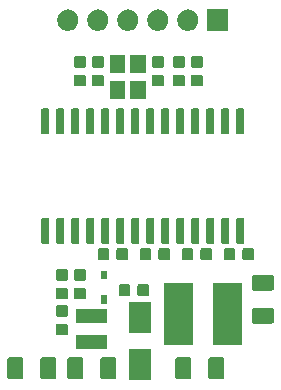
<source format=gbr>
G04 #@! TF.GenerationSoftware,KiCad,Pcbnew,(5.1.5)-3*
G04 #@! TF.CreationDate,2022-01-02T05:02:30+03:00*
G04 #@! TF.ProjectId,Test,54657374-2e6b-4696-9361-645f70636258,rev?*
G04 #@! TF.SameCoordinates,Original*
G04 #@! TF.FileFunction,Soldermask,Top*
G04 #@! TF.FilePolarity,Negative*
%FSLAX46Y46*%
G04 Gerber Fmt 4.6, Leading zero omitted, Abs format (unit mm)*
G04 Created by KiCad (PCBNEW (5.1.5)-3) date 2022-01-02 05:02:30*
%MOMM*%
%LPD*%
G04 APERTURE LIST*
%ADD10C,0.100000*%
G04 APERTURE END LIST*
D10*
G36*
X33717000Y-91947000D02*
G01*
X31815000Y-91947000D01*
X31815000Y-89345000D01*
X33717000Y-89345000D01*
X33717000Y-91947000D01*
G37*
G36*
X39764604Y-90010347D02*
G01*
X39801144Y-90021432D01*
X39834821Y-90039433D01*
X39864341Y-90063659D01*
X39888567Y-90093179D01*
X39906568Y-90126856D01*
X39917653Y-90163396D01*
X39922000Y-90207538D01*
X39922000Y-91656462D01*
X39917653Y-91700604D01*
X39906568Y-91737144D01*
X39888567Y-91770821D01*
X39864341Y-91800341D01*
X39834821Y-91824567D01*
X39801144Y-91842568D01*
X39764604Y-91853653D01*
X39720462Y-91858000D01*
X38771538Y-91858000D01*
X38727396Y-91853653D01*
X38690856Y-91842568D01*
X38657179Y-91824567D01*
X38627659Y-91800341D01*
X38603433Y-91770821D01*
X38585432Y-91737144D01*
X38574347Y-91700604D01*
X38570000Y-91656462D01*
X38570000Y-90207538D01*
X38574347Y-90163396D01*
X38585432Y-90126856D01*
X38603433Y-90093179D01*
X38627659Y-90063659D01*
X38657179Y-90039433D01*
X38690856Y-90021432D01*
X38727396Y-90010347D01*
X38771538Y-90006000D01*
X39720462Y-90006000D01*
X39764604Y-90010347D01*
G37*
G36*
X30620604Y-90010347D02*
G01*
X30657144Y-90021432D01*
X30690821Y-90039433D01*
X30720341Y-90063659D01*
X30744567Y-90093179D01*
X30762568Y-90126856D01*
X30773653Y-90163396D01*
X30778000Y-90207538D01*
X30778000Y-91656462D01*
X30773653Y-91700604D01*
X30762568Y-91737144D01*
X30744567Y-91770821D01*
X30720341Y-91800341D01*
X30690821Y-91824567D01*
X30657144Y-91842568D01*
X30620604Y-91853653D01*
X30576462Y-91858000D01*
X29627538Y-91858000D01*
X29583396Y-91853653D01*
X29546856Y-91842568D01*
X29513179Y-91824567D01*
X29483659Y-91800341D01*
X29459433Y-91770821D01*
X29441432Y-91737144D01*
X29430347Y-91700604D01*
X29426000Y-91656462D01*
X29426000Y-90207538D01*
X29430347Y-90163396D01*
X29441432Y-90126856D01*
X29459433Y-90093179D01*
X29483659Y-90063659D01*
X29513179Y-90039433D01*
X29546856Y-90021432D01*
X29583396Y-90010347D01*
X29627538Y-90006000D01*
X30576462Y-90006000D01*
X30620604Y-90010347D01*
G37*
G36*
X27820604Y-90010347D02*
G01*
X27857144Y-90021432D01*
X27890821Y-90039433D01*
X27920341Y-90063659D01*
X27944567Y-90093179D01*
X27962568Y-90126856D01*
X27973653Y-90163396D01*
X27978000Y-90207538D01*
X27978000Y-91656462D01*
X27973653Y-91700604D01*
X27962568Y-91737144D01*
X27944567Y-91770821D01*
X27920341Y-91800341D01*
X27890821Y-91824567D01*
X27857144Y-91842568D01*
X27820604Y-91853653D01*
X27776462Y-91858000D01*
X26827538Y-91858000D01*
X26783396Y-91853653D01*
X26746856Y-91842568D01*
X26713179Y-91824567D01*
X26683659Y-91800341D01*
X26659433Y-91770821D01*
X26641432Y-91737144D01*
X26630347Y-91700604D01*
X26626000Y-91656462D01*
X26626000Y-90207538D01*
X26630347Y-90163396D01*
X26641432Y-90126856D01*
X26659433Y-90093179D01*
X26683659Y-90063659D01*
X26713179Y-90039433D01*
X26746856Y-90021432D01*
X26783396Y-90010347D01*
X26827538Y-90006000D01*
X27776462Y-90006000D01*
X27820604Y-90010347D01*
G37*
G36*
X25540604Y-90010347D02*
G01*
X25577144Y-90021432D01*
X25610821Y-90039433D01*
X25640341Y-90063659D01*
X25664567Y-90093179D01*
X25682568Y-90126856D01*
X25693653Y-90163396D01*
X25698000Y-90207538D01*
X25698000Y-91656462D01*
X25693653Y-91700604D01*
X25682568Y-91737144D01*
X25664567Y-91770821D01*
X25640341Y-91800341D01*
X25610821Y-91824567D01*
X25577144Y-91842568D01*
X25540604Y-91853653D01*
X25496462Y-91858000D01*
X24547538Y-91858000D01*
X24503396Y-91853653D01*
X24466856Y-91842568D01*
X24433179Y-91824567D01*
X24403659Y-91800341D01*
X24379433Y-91770821D01*
X24361432Y-91737144D01*
X24350347Y-91700604D01*
X24346000Y-91656462D01*
X24346000Y-90207538D01*
X24350347Y-90163396D01*
X24361432Y-90126856D01*
X24379433Y-90093179D01*
X24403659Y-90063659D01*
X24433179Y-90039433D01*
X24466856Y-90021432D01*
X24503396Y-90010347D01*
X24547538Y-90006000D01*
X25496462Y-90006000D01*
X25540604Y-90010347D01*
G37*
G36*
X22740604Y-90010347D02*
G01*
X22777144Y-90021432D01*
X22810821Y-90039433D01*
X22840341Y-90063659D01*
X22864567Y-90093179D01*
X22882568Y-90126856D01*
X22893653Y-90163396D01*
X22898000Y-90207538D01*
X22898000Y-91656462D01*
X22893653Y-91700604D01*
X22882568Y-91737144D01*
X22864567Y-91770821D01*
X22840341Y-91800341D01*
X22810821Y-91824567D01*
X22777144Y-91842568D01*
X22740604Y-91853653D01*
X22696462Y-91858000D01*
X21747538Y-91858000D01*
X21703396Y-91853653D01*
X21666856Y-91842568D01*
X21633179Y-91824567D01*
X21603659Y-91800341D01*
X21579433Y-91770821D01*
X21561432Y-91737144D01*
X21550347Y-91700604D01*
X21546000Y-91656462D01*
X21546000Y-90207538D01*
X21550347Y-90163396D01*
X21561432Y-90126856D01*
X21579433Y-90093179D01*
X21603659Y-90063659D01*
X21633179Y-90039433D01*
X21666856Y-90021432D01*
X21703396Y-90010347D01*
X21747538Y-90006000D01*
X22696462Y-90006000D01*
X22740604Y-90010347D01*
G37*
G36*
X36964604Y-90010347D02*
G01*
X37001144Y-90021432D01*
X37034821Y-90039433D01*
X37064341Y-90063659D01*
X37088567Y-90093179D01*
X37106568Y-90126856D01*
X37117653Y-90163396D01*
X37122000Y-90207538D01*
X37122000Y-91656462D01*
X37117653Y-91700604D01*
X37106568Y-91737144D01*
X37088567Y-91770821D01*
X37064341Y-91800341D01*
X37034821Y-91824567D01*
X37001144Y-91842568D01*
X36964604Y-91853653D01*
X36920462Y-91858000D01*
X35971538Y-91858000D01*
X35927396Y-91853653D01*
X35890856Y-91842568D01*
X35857179Y-91824567D01*
X35827659Y-91800341D01*
X35803433Y-91770821D01*
X35785432Y-91737144D01*
X35774347Y-91700604D01*
X35770000Y-91656462D01*
X35770000Y-90207538D01*
X35774347Y-90163396D01*
X35785432Y-90126856D01*
X35803433Y-90093179D01*
X35827659Y-90063659D01*
X35857179Y-90039433D01*
X35890856Y-90021432D01*
X35927396Y-90010347D01*
X35971538Y-90006000D01*
X36920462Y-90006000D01*
X36964604Y-90010347D01*
G37*
G36*
X30028000Y-89311000D02*
G01*
X27376000Y-89311000D01*
X27376000Y-88149000D01*
X30028000Y-88149000D01*
X30028000Y-89311000D01*
G37*
G36*
X37251000Y-88961000D02*
G01*
X34799000Y-88961000D01*
X34799000Y-83759000D01*
X37251000Y-83759000D01*
X37251000Y-88961000D01*
G37*
G36*
X41401000Y-88961000D02*
G01*
X38949000Y-88961000D01*
X38949000Y-83759000D01*
X41401000Y-83759000D01*
X41401000Y-88961000D01*
G37*
G36*
X26541591Y-87171085D02*
G01*
X26575569Y-87181393D01*
X26606890Y-87198134D01*
X26634339Y-87220661D01*
X26656866Y-87248110D01*
X26673607Y-87279431D01*
X26683915Y-87313409D01*
X26688000Y-87354890D01*
X26688000Y-87956110D01*
X26683915Y-87997591D01*
X26673607Y-88031569D01*
X26656866Y-88062890D01*
X26634339Y-88090339D01*
X26606890Y-88112866D01*
X26575569Y-88129607D01*
X26541591Y-88139915D01*
X26500110Y-88144000D01*
X25823890Y-88144000D01*
X25782409Y-88139915D01*
X25748431Y-88129607D01*
X25717110Y-88112866D01*
X25689661Y-88090339D01*
X25667134Y-88062890D01*
X25650393Y-88031569D01*
X25640085Y-87997591D01*
X25636000Y-87956110D01*
X25636000Y-87354890D01*
X25640085Y-87313409D01*
X25650393Y-87279431D01*
X25667134Y-87248110D01*
X25689661Y-87220661D01*
X25717110Y-87198134D01*
X25748431Y-87181393D01*
X25782409Y-87171085D01*
X25823890Y-87167000D01*
X26500110Y-87167000D01*
X26541591Y-87171085D01*
G37*
G36*
X33717000Y-87947000D02*
G01*
X31815000Y-87947000D01*
X31815000Y-85345000D01*
X33717000Y-85345000D01*
X33717000Y-87947000D01*
G37*
G36*
X43948604Y-85818347D02*
G01*
X43985144Y-85829432D01*
X44018821Y-85847433D01*
X44048341Y-85871659D01*
X44072567Y-85901179D01*
X44090568Y-85934856D01*
X44101653Y-85971396D01*
X44106000Y-86015538D01*
X44106000Y-86964462D01*
X44101653Y-87008604D01*
X44090568Y-87045144D01*
X44072567Y-87078821D01*
X44048341Y-87108341D01*
X44018821Y-87132567D01*
X43985144Y-87150568D01*
X43948604Y-87161653D01*
X43904462Y-87166000D01*
X42455538Y-87166000D01*
X42411396Y-87161653D01*
X42374856Y-87150568D01*
X42341179Y-87132567D01*
X42311659Y-87108341D01*
X42287433Y-87078821D01*
X42269432Y-87045144D01*
X42258347Y-87008604D01*
X42254000Y-86964462D01*
X42254000Y-86015538D01*
X42258347Y-85971396D01*
X42269432Y-85934856D01*
X42287433Y-85901179D01*
X42311659Y-85871659D01*
X42341179Y-85847433D01*
X42374856Y-85829432D01*
X42411396Y-85818347D01*
X42455538Y-85814000D01*
X43904462Y-85814000D01*
X43948604Y-85818347D01*
G37*
G36*
X30028000Y-87111000D02*
G01*
X27376000Y-87111000D01*
X27376000Y-85949000D01*
X30028000Y-85949000D01*
X30028000Y-87111000D01*
G37*
G36*
X26541591Y-85596085D02*
G01*
X26575569Y-85606393D01*
X26606890Y-85623134D01*
X26634339Y-85645661D01*
X26656866Y-85673110D01*
X26673607Y-85704431D01*
X26683915Y-85738409D01*
X26688000Y-85779890D01*
X26688000Y-86381110D01*
X26683915Y-86422591D01*
X26673607Y-86456569D01*
X26656866Y-86487890D01*
X26634339Y-86515339D01*
X26606890Y-86537866D01*
X26575569Y-86554607D01*
X26541591Y-86564915D01*
X26500110Y-86569000D01*
X25823890Y-86569000D01*
X25782409Y-86564915D01*
X25748431Y-86554607D01*
X25717110Y-86537866D01*
X25689661Y-86515339D01*
X25667134Y-86487890D01*
X25650393Y-86456569D01*
X25640085Y-86422591D01*
X25636000Y-86381110D01*
X25636000Y-85779890D01*
X25640085Y-85738409D01*
X25650393Y-85704431D01*
X25667134Y-85673110D01*
X25689661Y-85645661D01*
X25717110Y-85623134D01*
X25748431Y-85606393D01*
X25782409Y-85596085D01*
X25823890Y-85592000D01*
X26500110Y-85592000D01*
X26541591Y-85596085D01*
G37*
G36*
X29994000Y-85475000D02*
G01*
X29442000Y-85475000D01*
X29442000Y-84773000D01*
X29994000Y-84773000D01*
X29994000Y-85475000D01*
G37*
G36*
X28065591Y-84123085D02*
G01*
X28099569Y-84133393D01*
X28130890Y-84150134D01*
X28158339Y-84172661D01*
X28180866Y-84200110D01*
X28197607Y-84231431D01*
X28207915Y-84265409D01*
X28212000Y-84306890D01*
X28212000Y-84908110D01*
X28207915Y-84949591D01*
X28197607Y-84983569D01*
X28180866Y-85014890D01*
X28158339Y-85042339D01*
X28130890Y-85064866D01*
X28099569Y-85081607D01*
X28065591Y-85091915D01*
X28024110Y-85096000D01*
X27347890Y-85096000D01*
X27306409Y-85091915D01*
X27272431Y-85081607D01*
X27241110Y-85064866D01*
X27213661Y-85042339D01*
X27191134Y-85014890D01*
X27174393Y-84983569D01*
X27164085Y-84949591D01*
X27160000Y-84908110D01*
X27160000Y-84306890D01*
X27164085Y-84265409D01*
X27174393Y-84231431D01*
X27191134Y-84200110D01*
X27213661Y-84172661D01*
X27241110Y-84150134D01*
X27272431Y-84133393D01*
X27306409Y-84123085D01*
X27347890Y-84119000D01*
X28024110Y-84119000D01*
X28065591Y-84123085D01*
G37*
G36*
X26541591Y-84123085D02*
G01*
X26575569Y-84133393D01*
X26606890Y-84150134D01*
X26634339Y-84172661D01*
X26656866Y-84200110D01*
X26673607Y-84231431D01*
X26683915Y-84265409D01*
X26688000Y-84306890D01*
X26688000Y-84908110D01*
X26683915Y-84949591D01*
X26673607Y-84983569D01*
X26656866Y-85014890D01*
X26634339Y-85042339D01*
X26606890Y-85064866D01*
X26575569Y-85081607D01*
X26541591Y-85091915D01*
X26500110Y-85096000D01*
X25823890Y-85096000D01*
X25782409Y-85091915D01*
X25748431Y-85081607D01*
X25717110Y-85064866D01*
X25689661Y-85042339D01*
X25667134Y-85014890D01*
X25650393Y-84983569D01*
X25640085Y-84949591D01*
X25636000Y-84908110D01*
X25636000Y-84306890D01*
X25640085Y-84265409D01*
X25650393Y-84231431D01*
X25667134Y-84200110D01*
X25689661Y-84172661D01*
X25717110Y-84150134D01*
X25748431Y-84133393D01*
X25782409Y-84123085D01*
X25823890Y-84119000D01*
X26500110Y-84119000D01*
X26541591Y-84123085D01*
G37*
G36*
X31812591Y-83806085D02*
G01*
X31846569Y-83816393D01*
X31877890Y-83833134D01*
X31905339Y-83855661D01*
X31927866Y-83883110D01*
X31944607Y-83914431D01*
X31954915Y-83948409D01*
X31959000Y-83989890D01*
X31959000Y-84666110D01*
X31954915Y-84707591D01*
X31944607Y-84741569D01*
X31927866Y-84772890D01*
X31905339Y-84800339D01*
X31877890Y-84822866D01*
X31846569Y-84839607D01*
X31812591Y-84849915D01*
X31771110Y-84854000D01*
X31169890Y-84854000D01*
X31128409Y-84849915D01*
X31094431Y-84839607D01*
X31063110Y-84822866D01*
X31035661Y-84800339D01*
X31013134Y-84772890D01*
X30996393Y-84741569D01*
X30986085Y-84707591D01*
X30982000Y-84666110D01*
X30982000Y-83989890D01*
X30986085Y-83948409D01*
X30996393Y-83914431D01*
X31013134Y-83883110D01*
X31035661Y-83855661D01*
X31063110Y-83833134D01*
X31094431Y-83816393D01*
X31128409Y-83806085D01*
X31169890Y-83802000D01*
X31771110Y-83802000D01*
X31812591Y-83806085D01*
G37*
G36*
X33387591Y-83806085D02*
G01*
X33421569Y-83816393D01*
X33452890Y-83833134D01*
X33480339Y-83855661D01*
X33502866Y-83883110D01*
X33519607Y-83914431D01*
X33529915Y-83948409D01*
X33534000Y-83989890D01*
X33534000Y-84666110D01*
X33529915Y-84707591D01*
X33519607Y-84741569D01*
X33502866Y-84772890D01*
X33480339Y-84800339D01*
X33452890Y-84822866D01*
X33421569Y-84839607D01*
X33387591Y-84849915D01*
X33346110Y-84854000D01*
X32744890Y-84854000D01*
X32703409Y-84849915D01*
X32669431Y-84839607D01*
X32638110Y-84822866D01*
X32610661Y-84800339D01*
X32588134Y-84772890D01*
X32571393Y-84741569D01*
X32561085Y-84707591D01*
X32557000Y-84666110D01*
X32557000Y-83989890D01*
X32561085Y-83948409D01*
X32571393Y-83914431D01*
X32588134Y-83883110D01*
X32610661Y-83855661D01*
X32638110Y-83833134D01*
X32669431Y-83816393D01*
X32703409Y-83806085D01*
X32744890Y-83802000D01*
X33346110Y-83802000D01*
X33387591Y-83806085D01*
G37*
G36*
X43948604Y-83018347D02*
G01*
X43985144Y-83029432D01*
X44018821Y-83047433D01*
X44048341Y-83071659D01*
X44072567Y-83101179D01*
X44090568Y-83134856D01*
X44101653Y-83171396D01*
X44106000Y-83215538D01*
X44106000Y-84164462D01*
X44101653Y-84208604D01*
X44090568Y-84245144D01*
X44072567Y-84278821D01*
X44048341Y-84308341D01*
X44018821Y-84332567D01*
X43985144Y-84350568D01*
X43948604Y-84361653D01*
X43904462Y-84366000D01*
X42455538Y-84366000D01*
X42411396Y-84361653D01*
X42374856Y-84350568D01*
X42341179Y-84332567D01*
X42311659Y-84308341D01*
X42287433Y-84278821D01*
X42269432Y-84245144D01*
X42258347Y-84208604D01*
X42254000Y-84164462D01*
X42254000Y-83215538D01*
X42258347Y-83171396D01*
X42269432Y-83134856D01*
X42287433Y-83101179D01*
X42311659Y-83071659D01*
X42341179Y-83047433D01*
X42374856Y-83029432D01*
X42411396Y-83018347D01*
X42455538Y-83014000D01*
X43904462Y-83014000D01*
X43948604Y-83018347D01*
G37*
G36*
X26541591Y-82548085D02*
G01*
X26575569Y-82558393D01*
X26606890Y-82575134D01*
X26634339Y-82597661D01*
X26656866Y-82625110D01*
X26673607Y-82656431D01*
X26683915Y-82690409D01*
X26688000Y-82731890D01*
X26688000Y-83333110D01*
X26683915Y-83374591D01*
X26673607Y-83408569D01*
X26656866Y-83439890D01*
X26634339Y-83467339D01*
X26606890Y-83489866D01*
X26575569Y-83506607D01*
X26541591Y-83516915D01*
X26500110Y-83521000D01*
X25823890Y-83521000D01*
X25782409Y-83516915D01*
X25748431Y-83506607D01*
X25717110Y-83489866D01*
X25689661Y-83467339D01*
X25667134Y-83439890D01*
X25650393Y-83408569D01*
X25640085Y-83374591D01*
X25636000Y-83333110D01*
X25636000Y-82731890D01*
X25640085Y-82690409D01*
X25650393Y-82656431D01*
X25667134Y-82625110D01*
X25689661Y-82597661D01*
X25717110Y-82575134D01*
X25748431Y-82558393D01*
X25782409Y-82548085D01*
X25823890Y-82544000D01*
X26500110Y-82544000D01*
X26541591Y-82548085D01*
G37*
G36*
X28065591Y-82548085D02*
G01*
X28099569Y-82558393D01*
X28130890Y-82575134D01*
X28158339Y-82597661D01*
X28180866Y-82625110D01*
X28197607Y-82656431D01*
X28207915Y-82690409D01*
X28212000Y-82731890D01*
X28212000Y-83333110D01*
X28207915Y-83374591D01*
X28197607Y-83408569D01*
X28180866Y-83439890D01*
X28158339Y-83467339D01*
X28130890Y-83489866D01*
X28099569Y-83506607D01*
X28065591Y-83516915D01*
X28024110Y-83521000D01*
X27347890Y-83521000D01*
X27306409Y-83516915D01*
X27272431Y-83506607D01*
X27241110Y-83489866D01*
X27213661Y-83467339D01*
X27191134Y-83439890D01*
X27174393Y-83408569D01*
X27164085Y-83374591D01*
X27160000Y-83333110D01*
X27160000Y-82731890D01*
X27164085Y-82690409D01*
X27174393Y-82656431D01*
X27191134Y-82625110D01*
X27213661Y-82597661D01*
X27241110Y-82575134D01*
X27272431Y-82558393D01*
X27306409Y-82548085D01*
X27347890Y-82544000D01*
X28024110Y-82544000D01*
X28065591Y-82548085D01*
G37*
G36*
X29994000Y-83375000D02*
G01*
X29442000Y-83375000D01*
X29442000Y-82673000D01*
X29994000Y-82673000D01*
X29994000Y-83375000D01*
G37*
G36*
X42277591Y-80758085D02*
G01*
X42311569Y-80768393D01*
X42342890Y-80785134D01*
X42370339Y-80807661D01*
X42392866Y-80835110D01*
X42409607Y-80866431D01*
X42419915Y-80900409D01*
X42424000Y-80941890D01*
X42424000Y-81618110D01*
X42419915Y-81659591D01*
X42409607Y-81693569D01*
X42392866Y-81724890D01*
X42370339Y-81752339D01*
X42342890Y-81774866D01*
X42311569Y-81791607D01*
X42277591Y-81801915D01*
X42236110Y-81806000D01*
X41634890Y-81806000D01*
X41593409Y-81801915D01*
X41559431Y-81791607D01*
X41528110Y-81774866D01*
X41500661Y-81752339D01*
X41478134Y-81724890D01*
X41461393Y-81693569D01*
X41451085Y-81659591D01*
X41447000Y-81618110D01*
X41447000Y-80941890D01*
X41451085Y-80900409D01*
X41461393Y-80866431D01*
X41478134Y-80835110D01*
X41500661Y-80807661D01*
X41528110Y-80785134D01*
X41559431Y-80768393D01*
X41593409Y-80758085D01*
X41634890Y-80754000D01*
X42236110Y-80754000D01*
X42277591Y-80758085D01*
G37*
G36*
X38721591Y-80758085D02*
G01*
X38755569Y-80768393D01*
X38786890Y-80785134D01*
X38814339Y-80807661D01*
X38836866Y-80835110D01*
X38853607Y-80866431D01*
X38863915Y-80900409D01*
X38868000Y-80941890D01*
X38868000Y-81618110D01*
X38863915Y-81659591D01*
X38853607Y-81693569D01*
X38836866Y-81724890D01*
X38814339Y-81752339D01*
X38786890Y-81774866D01*
X38755569Y-81791607D01*
X38721591Y-81801915D01*
X38680110Y-81806000D01*
X38078890Y-81806000D01*
X38037409Y-81801915D01*
X38003431Y-81791607D01*
X37972110Y-81774866D01*
X37944661Y-81752339D01*
X37922134Y-81724890D01*
X37905393Y-81693569D01*
X37895085Y-81659591D01*
X37891000Y-81618110D01*
X37891000Y-80941890D01*
X37895085Y-80900409D01*
X37905393Y-80866431D01*
X37922134Y-80835110D01*
X37944661Y-80807661D01*
X37972110Y-80785134D01*
X38003431Y-80768393D01*
X38037409Y-80758085D01*
X38078890Y-80754000D01*
X38680110Y-80754000D01*
X38721591Y-80758085D01*
G37*
G36*
X37146591Y-80758085D02*
G01*
X37180569Y-80768393D01*
X37211890Y-80785134D01*
X37239339Y-80807661D01*
X37261866Y-80835110D01*
X37278607Y-80866431D01*
X37288915Y-80900409D01*
X37293000Y-80941890D01*
X37293000Y-81618110D01*
X37288915Y-81659591D01*
X37278607Y-81693569D01*
X37261866Y-81724890D01*
X37239339Y-81752339D01*
X37211890Y-81774866D01*
X37180569Y-81791607D01*
X37146591Y-81801915D01*
X37105110Y-81806000D01*
X36503890Y-81806000D01*
X36462409Y-81801915D01*
X36428431Y-81791607D01*
X36397110Y-81774866D01*
X36369661Y-81752339D01*
X36347134Y-81724890D01*
X36330393Y-81693569D01*
X36320085Y-81659591D01*
X36316000Y-81618110D01*
X36316000Y-80941890D01*
X36320085Y-80900409D01*
X36330393Y-80866431D01*
X36347134Y-80835110D01*
X36369661Y-80807661D01*
X36397110Y-80785134D01*
X36428431Y-80768393D01*
X36462409Y-80758085D01*
X36503890Y-80754000D01*
X37105110Y-80754000D01*
X37146591Y-80758085D01*
G37*
G36*
X31609591Y-80758085D02*
G01*
X31643569Y-80768393D01*
X31674890Y-80785134D01*
X31702339Y-80807661D01*
X31724866Y-80835110D01*
X31741607Y-80866431D01*
X31751915Y-80900409D01*
X31756000Y-80941890D01*
X31756000Y-81618110D01*
X31751915Y-81659591D01*
X31741607Y-81693569D01*
X31724866Y-81724890D01*
X31702339Y-81752339D01*
X31674890Y-81774866D01*
X31643569Y-81791607D01*
X31609591Y-81801915D01*
X31568110Y-81806000D01*
X30966890Y-81806000D01*
X30925409Y-81801915D01*
X30891431Y-81791607D01*
X30860110Y-81774866D01*
X30832661Y-81752339D01*
X30810134Y-81724890D01*
X30793393Y-81693569D01*
X30783085Y-81659591D01*
X30779000Y-81618110D01*
X30779000Y-80941890D01*
X30783085Y-80900409D01*
X30793393Y-80866431D01*
X30810134Y-80835110D01*
X30832661Y-80807661D01*
X30860110Y-80785134D01*
X30891431Y-80768393D01*
X30925409Y-80758085D01*
X30966890Y-80754000D01*
X31568110Y-80754000D01*
X31609591Y-80758085D01*
G37*
G36*
X30034591Y-80758085D02*
G01*
X30068569Y-80768393D01*
X30099890Y-80785134D01*
X30127339Y-80807661D01*
X30149866Y-80835110D01*
X30166607Y-80866431D01*
X30176915Y-80900409D01*
X30181000Y-80941890D01*
X30181000Y-81618110D01*
X30176915Y-81659591D01*
X30166607Y-81693569D01*
X30149866Y-81724890D01*
X30127339Y-81752339D01*
X30099890Y-81774866D01*
X30068569Y-81791607D01*
X30034591Y-81801915D01*
X29993110Y-81806000D01*
X29391890Y-81806000D01*
X29350409Y-81801915D01*
X29316431Y-81791607D01*
X29285110Y-81774866D01*
X29257661Y-81752339D01*
X29235134Y-81724890D01*
X29218393Y-81693569D01*
X29208085Y-81659591D01*
X29204000Y-81618110D01*
X29204000Y-80941890D01*
X29208085Y-80900409D01*
X29218393Y-80866431D01*
X29235134Y-80835110D01*
X29257661Y-80807661D01*
X29285110Y-80785134D01*
X29316431Y-80768393D01*
X29350409Y-80758085D01*
X29391890Y-80754000D01*
X29993110Y-80754000D01*
X30034591Y-80758085D01*
G37*
G36*
X40702591Y-80758085D02*
G01*
X40736569Y-80768393D01*
X40767890Y-80785134D01*
X40795339Y-80807661D01*
X40817866Y-80835110D01*
X40834607Y-80866431D01*
X40844915Y-80900409D01*
X40849000Y-80941890D01*
X40849000Y-81618110D01*
X40844915Y-81659591D01*
X40834607Y-81693569D01*
X40817866Y-81724890D01*
X40795339Y-81752339D01*
X40767890Y-81774866D01*
X40736569Y-81791607D01*
X40702591Y-81801915D01*
X40661110Y-81806000D01*
X40059890Y-81806000D01*
X40018409Y-81801915D01*
X39984431Y-81791607D01*
X39953110Y-81774866D01*
X39925661Y-81752339D01*
X39903134Y-81724890D01*
X39886393Y-81693569D01*
X39876085Y-81659591D01*
X39872000Y-81618110D01*
X39872000Y-80941890D01*
X39876085Y-80900409D01*
X39886393Y-80866431D01*
X39903134Y-80835110D01*
X39925661Y-80807661D01*
X39953110Y-80785134D01*
X39984431Y-80768393D01*
X40018409Y-80758085D01*
X40059890Y-80754000D01*
X40661110Y-80754000D01*
X40702591Y-80758085D01*
G37*
G36*
X35165591Y-80758085D02*
G01*
X35199569Y-80768393D01*
X35230890Y-80785134D01*
X35258339Y-80807661D01*
X35280866Y-80835110D01*
X35297607Y-80866431D01*
X35307915Y-80900409D01*
X35312000Y-80941890D01*
X35312000Y-81618110D01*
X35307915Y-81659591D01*
X35297607Y-81693569D01*
X35280866Y-81724890D01*
X35258339Y-81752339D01*
X35230890Y-81774866D01*
X35199569Y-81791607D01*
X35165591Y-81801915D01*
X35124110Y-81806000D01*
X34522890Y-81806000D01*
X34481409Y-81801915D01*
X34447431Y-81791607D01*
X34416110Y-81774866D01*
X34388661Y-81752339D01*
X34366134Y-81724890D01*
X34349393Y-81693569D01*
X34339085Y-81659591D01*
X34335000Y-81618110D01*
X34335000Y-80941890D01*
X34339085Y-80900409D01*
X34349393Y-80866431D01*
X34366134Y-80835110D01*
X34388661Y-80807661D01*
X34416110Y-80785134D01*
X34447431Y-80768393D01*
X34481409Y-80758085D01*
X34522890Y-80754000D01*
X35124110Y-80754000D01*
X35165591Y-80758085D01*
G37*
G36*
X33590591Y-80758085D02*
G01*
X33624569Y-80768393D01*
X33655890Y-80785134D01*
X33683339Y-80807661D01*
X33705866Y-80835110D01*
X33722607Y-80866431D01*
X33732915Y-80900409D01*
X33737000Y-80941890D01*
X33737000Y-81618110D01*
X33732915Y-81659591D01*
X33722607Y-81693569D01*
X33705866Y-81724890D01*
X33683339Y-81752339D01*
X33655890Y-81774866D01*
X33624569Y-81791607D01*
X33590591Y-81801915D01*
X33549110Y-81806000D01*
X32947890Y-81806000D01*
X32906409Y-81801915D01*
X32872431Y-81791607D01*
X32841110Y-81774866D01*
X32813661Y-81752339D01*
X32791134Y-81724890D01*
X32774393Y-81693569D01*
X32764085Y-81659591D01*
X32760000Y-81618110D01*
X32760000Y-80941890D01*
X32764085Y-80900409D01*
X32774393Y-80866431D01*
X32791134Y-80835110D01*
X32813661Y-80807661D01*
X32841110Y-80785134D01*
X32872431Y-80768393D01*
X32906409Y-80758085D01*
X32947890Y-80754000D01*
X33549110Y-80754000D01*
X33590591Y-80758085D01*
G37*
G36*
X28834928Y-78252764D02*
G01*
X28856009Y-78259160D01*
X28875445Y-78269548D01*
X28892476Y-78283524D01*
X28906452Y-78300555D01*
X28916840Y-78319991D01*
X28923236Y-78341072D01*
X28926000Y-78369140D01*
X28926000Y-80282860D01*
X28923236Y-80310928D01*
X28916840Y-80332009D01*
X28906452Y-80351445D01*
X28892476Y-80368476D01*
X28875445Y-80382452D01*
X28856009Y-80392840D01*
X28834928Y-80399236D01*
X28806860Y-80402000D01*
X28343140Y-80402000D01*
X28315072Y-80399236D01*
X28293991Y-80392840D01*
X28274555Y-80382452D01*
X28257524Y-80368476D01*
X28243548Y-80351445D01*
X28233160Y-80332009D01*
X28226764Y-80310928D01*
X28224000Y-80282860D01*
X28224000Y-78369140D01*
X28226764Y-78341072D01*
X28233160Y-78319991D01*
X28243548Y-78300555D01*
X28257524Y-78283524D01*
X28274555Y-78269548D01*
X28293991Y-78259160D01*
X28315072Y-78252764D01*
X28343140Y-78250000D01*
X28806860Y-78250000D01*
X28834928Y-78252764D01*
G37*
G36*
X41534928Y-78252764D02*
G01*
X41556009Y-78259160D01*
X41575445Y-78269548D01*
X41592476Y-78283524D01*
X41606452Y-78300555D01*
X41616840Y-78319991D01*
X41623236Y-78341072D01*
X41626000Y-78369140D01*
X41626000Y-80282860D01*
X41623236Y-80310928D01*
X41616840Y-80332009D01*
X41606452Y-80351445D01*
X41592476Y-80368476D01*
X41575445Y-80382452D01*
X41556009Y-80392840D01*
X41534928Y-80399236D01*
X41506860Y-80402000D01*
X41043140Y-80402000D01*
X41015072Y-80399236D01*
X40993991Y-80392840D01*
X40974555Y-80382452D01*
X40957524Y-80368476D01*
X40943548Y-80351445D01*
X40933160Y-80332009D01*
X40926764Y-80310928D01*
X40924000Y-80282860D01*
X40924000Y-78369140D01*
X40926764Y-78341072D01*
X40933160Y-78319991D01*
X40943548Y-78300555D01*
X40957524Y-78283524D01*
X40974555Y-78269548D01*
X40993991Y-78259160D01*
X41015072Y-78252764D01*
X41043140Y-78250000D01*
X41506860Y-78250000D01*
X41534928Y-78252764D01*
G37*
G36*
X40264928Y-78252764D02*
G01*
X40286009Y-78259160D01*
X40305445Y-78269548D01*
X40322476Y-78283524D01*
X40336452Y-78300555D01*
X40346840Y-78319991D01*
X40353236Y-78341072D01*
X40356000Y-78369140D01*
X40356000Y-80282860D01*
X40353236Y-80310928D01*
X40346840Y-80332009D01*
X40336452Y-80351445D01*
X40322476Y-80368476D01*
X40305445Y-80382452D01*
X40286009Y-80392840D01*
X40264928Y-80399236D01*
X40236860Y-80402000D01*
X39773140Y-80402000D01*
X39745072Y-80399236D01*
X39723991Y-80392840D01*
X39704555Y-80382452D01*
X39687524Y-80368476D01*
X39673548Y-80351445D01*
X39663160Y-80332009D01*
X39656764Y-80310928D01*
X39654000Y-80282860D01*
X39654000Y-78369140D01*
X39656764Y-78341072D01*
X39663160Y-78319991D01*
X39673548Y-78300555D01*
X39687524Y-78283524D01*
X39704555Y-78269548D01*
X39723991Y-78259160D01*
X39745072Y-78252764D01*
X39773140Y-78250000D01*
X40236860Y-78250000D01*
X40264928Y-78252764D01*
G37*
G36*
X35184928Y-78252764D02*
G01*
X35206009Y-78259160D01*
X35225445Y-78269548D01*
X35242476Y-78283524D01*
X35256452Y-78300555D01*
X35266840Y-78319991D01*
X35273236Y-78341072D01*
X35276000Y-78369140D01*
X35276000Y-80282860D01*
X35273236Y-80310928D01*
X35266840Y-80332009D01*
X35256452Y-80351445D01*
X35242476Y-80368476D01*
X35225445Y-80382452D01*
X35206009Y-80392840D01*
X35184928Y-80399236D01*
X35156860Y-80402000D01*
X34693140Y-80402000D01*
X34665072Y-80399236D01*
X34643991Y-80392840D01*
X34624555Y-80382452D01*
X34607524Y-80368476D01*
X34593548Y-80351445D01*
X34583160Y-80332009D01*
X34576764Y-80310928D01*
X34574000Y-80282860D01*
X34574000Y-78369140D01*
X34576764Y-78341072D01*
X34583160Y-78319991D01*
X34593548Y-78300555D01*
X34607524Y-78283524D01*
X34624555Y-78269548D01*
X34643991Y-78259160D01*
X34665072Y-78252764D01*
X34693140Y-78250000D01*
X35156860Y-78250000D01*
X35184928Y-78252764D01*
G37*
G36*
X37724928Y-78252764D02*
G01*
X37746009Y-78259160D01*
X37765445Y-78269548D01*
X37782476Y-78283524D01*
X37796452Y-78300555D01*
X37806840Y-78319991D01*
X37813236Y-78341072D01*
X37816000Y-78369140D01*
X37816000Y-80282860D01*
X37813236Y-80310928D01*
X37806840Y-80332009D01*
X37796452Y-80351445D01*
X37782476Y-80368476D01*
X37765445Y-80382452D01*
X37746009Y-80392840D01*
X37724928Y-80399236D01*
X37696860Y-80402000D01*
X37233140Y-80402000D01*
X37205072Y-80399236D01*
X37183991Y-80392840D01*
X37164555Y-80382452D01*
X37147524Y-80368476D01*
X37133548Y-80351445D01*
X37123160Y-80332009D01*
X37116764Y-80310928D01*
X37114000Y-80282860D01*
X37114000Y-78369140D01*
X37116764Y-78341072D01*
X37123160Y-78319991D01*
X37133548Y-78300555D01*
X37147524Y-78283524D01*
X37164555Y-78269548D01*
X37183991Y-78259160D01*
X37205072Y-78252764D01*
X37233140Y-78250000D01*
X37696860Y-78250000D01*
X37724928Y-78252764D01*
G37*
G36*
X38994928Y-78252764D02*
G01*
X39016009Y-78259160D01*
X39035445Y-78269548D01*
X39052476Y-78283524D01*
X39066452Y-78300555D01*
X39076840Y-78319991D01*
X39083236Y-78341072D01*
X39086000Y-78369140D01*
X39086000Y-80282860D01*
X39083236Y-80310928D01*
X39076840Y-80332009D01*
X39066452Y-80351445D01*
X39052476Y-80368476D01*
X39035445Y-80382452D01*
X39016009Y-80392840D01*
X38994928Y-80399236D01*
X38966860Y-80402000D01*
X38503140Y-80402000D01*
X38475072Y-80399236D01*
X38453991Y-80392840D01*
X38434555Y-80382452D01*
X38417524Y-80368476D01*
X38403548Y-80351445D01*
X38393160Y-80332009D01*
X38386764Y-80310928D01*
X38384000Y-80282860D01*
X38384000Y-78369140D01*
X38386764Y-78341072D01*
X38393160Y-78319991D01*
X38403548Y-78300555D01*
X38417524Y-78283524D01*
X38434555Y-78269548D01*
X38453991Y-78259160D01*
X38475072Y-78252764D01*
X38503140Y-78250000D01*
X38966860Y-78250000D01*
X38994928Y-78252764D01*
G37*
G36*
X30104928Y-78252764D02*
G01*
X30126009Y-78259160D01*
X30145445Y-78269548D01*
X30162476Y-78283524D01*
X30176452Y-78300555D01*
X30186840Y-78319991D01*
X30193236Y-78341072D01*
X30196000Y-78369140D01*
X30196000Y-80282860D01*
X30193236Y-80310928D01*
X30186840Y-80332009D01*
X30176452Y-80351445D01*
X30162476Y-80368476D01*
X30145445Y-80382452D01*
X30126009Y-80392840D01*
X30104928Y-80399236D01*
X30076860Y-80402000D01*
X29613140Y-80402000D01*
X29585072Y-80399236D01*
X29563991Y-80392840D01*
X29544555Y-80382452D01*
X29527524Y-80368476D01*
X29513548Y-80351445D01*
X29503160Y-80332009D01*
X29496764Y-80310928D01*
X29494000Y-80282860D01*
X29494000Y-78369140D01*
X29496764Y-78341072D01*
X29503160Y-78319991D01*
X29513548Y-78300555D01*
X29527524Y-78283524D01*
X29544555Y-78269548D01*
X29563991Y-78259160D01*
X29585072Y-78252764D01*
X29613140Y-78250000D01*
X30076860Y-78250000D01*
X30104928Y-78252764D01*
G37*
G36*
X25024928Y-78252764D02*
G01*
X25046009Y-78259160D01*
X25065445Y-78269548D01*
X25082476Y-78283524D01*
X25096452Y-78300555D01*
X25106840Y-78319991D01*
X25113236Y-78341072D01*
X25116000Y-78369140D01*
X25116000Y-80282860D01*
X25113236Y-80310928D01*
X25106840Y-80332009D01*
X25096452Y-80351445D01*
X25082476Y-80368476D01*
X25065445Y-80382452D01*
X25046009Y-80392840D01*
X25024928Y-80399236D01*
X24996860Y-80402000D01*
X24533140Y-80402000D01*
X24505072Y-80399236D01*
X24483991Y-80392840D01*
X24464555Y-80382452D01*
X24447524Y-80368476D01*
X24433548Y-80351445D01*
X24423160Y-80332009D01*
X24416764Y-80310928D01*
X24414000Y-80282860D01*
X24414000Y-78369140D01*
X24416764Y-78341072D01*
X24423160Y-78319991D01*
X24433548Y-78300555D01*
X24447524Y-78283524D01*
X24464555Y-78269548D01*
X24483991Y-78259160D01*
X24505072Y-78252764D01*
X24533140Y-78250000D01*
X24996860Y-78250000D01*
X25024928Y-78252764D01*
G37*
G36*
X26294928Y-78252764D02*
G01*
X26316009Y-78259160D01*
X26335445Y-78269548D01*
X26352476Y-78283524D01*
X26366452Y-78300555D01*
X26376840Y-78319991D01*
X26383236Y-78341072D01*
X26386000Y-78369140D01*
X26386000Y-80282860D01*
X26383236Y-80310928D01*
X26376840Y-80332009D01*
X26366452Y-80351445D01*
X26352476Y-80368476D01*
X26335445Y-80382452D01*
X26316009Y-80392840D01*
X26294928Y-80399236D01*
X26266860Y-80402000D01*
X25803140Y-80402000D01*
X25775072Y-80399236D01*
X25753991Y-80392840D01*
X25734555Y-80382452D01*
X25717524Y-80368476D01*
X25703548Y-80351445D01*
X25693160Y-80332009D01*
X25686764Y-80310928D01*
X25684000Y-80282860D01*
X25684000Y-78369140D01*
X25686764Y-78341072D01*
X25693160Y-78319991D01*
X25703548Y-78300555D01*
X25717524Y-78283524D01*
X25734555Y-78269548D01*
X25753991Y-78259160D01*
X25775072Y-78252764D01*
X25803140Y-78250000D01*
X26266860Y-78250000D01*
X26294928Y-78252764D01*
G37*
G36*
X27564928Y-78252764D02*
G01*
X27586009Y-78259160D01*
X27605445Y-78269548D01*
X27622476Y-78283524D01*
X27636452Y-78300555D01*
X27646840Y-78319991D01*
X27653236Y-78341072D01*
X27656000Y-78369140D01*
X27656000Y-80282860D01*
X27653236Y-80310928D01*
X27646840Y-80332009D01*
X27636452Y-80351445D01*
X27622476Y-80368476D01*
X27605445Y-80382452D01*
X27586009Y-80392840D01*
X27564928Y-80399236D01*
X27536860Y-80402000D01*
X27073140Y-80402000D01*
X27045072Y-80399236D01*
X27023991Y-80392840D01*
X27004555Y-80382452D01*
X26987524Y-80368476D01*
X26973548Y-80351445D01*
X26963160Y-80332009D01*
X26956764Y-80310928D01*
X26954000Y-80282860D01*
X26954000Y-78369140D01*
X26956764Y-78341072D01*
X26963160Y-78319991D01*
X26973548Y-78300555D01*
X26987524Y-78283524D01*
X27004555Y-78269548D01*
X27023991Y-78259160D01*
X27045072Y-78252764D01*
X27073140Y-78250000D01*
X27536860Y-78250000D01*
X27564928Y-78252764D01*
G37*
G36*
X32644928Y-78252764D02*
G01*
X32666009Y-78259160D01*
X32685445Y-78269548D01*
X32702476Y-78283524D01*
X32716452Y-78300555D01*
X32726840Y-78319991D01*
X32733236Y-78341072D01*
X32736000Y-78369140D01*
X32736000Y-80282860D01*
X32733236Y-80310928D01*
X32726840Y-80332009D01*
X32716452Y-80351445D01*
X32702476Y-80368476D01*
X32685445Y-80382452D01*
X32666009Y-80392840D01*
X32644928Y-80399236D01*
X32616860Y-80402000D01*
X32153140Y-80402000D01*
X32125072Y-80399236D01*
X32103991Y-80392840D01*
X32084555Y-80382452D01*
X32067524Y-80368476D01*
X32053548Y-80351445D01*
X32043160Y-80332009D01*
X32036764Y-80310928D01*
X32034000Y-80282860D01*
X32034000Y-78369140D01*
X32036764Y-78341072D01*
X32043160Y-78319991D01*
X32053548Y-78300555D01*
X32067524Y-78283524D01*
X32084555Y-78269548D01*
X32103991Y-78259160D01*
X32125072Y-78252764D01*
X32153140Y-78250000D01*
X32616860Y-78250000D01*
X32644928Y-78252764D01*
G37*
G36*
X33914928Y-78252764D02*
G01*
X33936009Y-78259160D01*
X33955445Y-78269548D01*
X33972476Y-78283524D01*
X33986452Y-78300555D01*
X33996840Y-78319991D01*
X34003236Y-78341072D01*
X34006000Y-78369140D01*
X34006000Y-80282860D01*
X34003236Y-80310928D01*
X33996840Y-80332009D01*
X33986452Y-80351445D01*
X33972476Y-80368476D01*
X33955445Y-80382452D01*
X33936009Y-80392840D01*
X33914928Y-80399236D01*
X33886860Y-80402000D01*
X33423140Y-80402000D01*
X33395072Y-80399236D01*
X33373991Y-80392840D01*
X33354555Y-80382452D01*
X33337524Y-80368476D01*
X33323548Y-80351445D01*
X33313160Y-80332009D01*
X33306764Y-80310928D01*
X33304000Y-80282860D01*
X33304000Y-78369140D01*
X33306764Y-78341072D01*
X33313160Y-78319991D01*
X33323548Y-78300555D01*
X33337524Y-78283524D01*
X33354555Y-78269548D01*
X33373991Y-78259160D01*
X33395072Y-78252764D01*
X33423140Y-78250000D01*
X33886860Y-78250000D01*
X33914928Y-78252764D01*
G37*
G36*
X36454928Y-78252764D02*
G01*
X36476009Y-78259160D01*
X36495445Y-78269548D01*
X36512476Y-78283524D01*
X36526452Y-78300555D01*
X36536840Y-78319991D01*
X36543236Y-78341072D01*
X36546000Y-78369140D01*
X36546000Y-80282860D01*
X36543236Y-80310928D01*
X36536840Y-80332009D01*
X36526452Y-80351445D01*
X36512476Y-80368476D01*
X36495445Y-80382452D01*
X36476009Y-80392840D01*
X36454928Y-80399236D01*
X36426860Y-80402000D01*
X35963140Y-80402000D01*
X35935072Y-80399236D01*
X35913991Y-80392840D01*
X35894555Y-80382452D01*
X35877524Y-80368476D01*
X35863548Y-80351445D01*
X35853160Y-80332009D01*
X35846764Y-80310928D01*
X35844000Y-80282860D01*
X35844000Y-78369140D01*
X35846764Y-78341072D01*
X35853160Y-78319991D01*
X35863548Y-78300555D01*
X35877524Y-78283524D01*
X35894555Y-78269548D01*
X35913991Y-78259160D01*
X35935072Y-78252764D01*
X35963140Y-78250000D01*
X36426860Y-78250000D01*
X36454928Y-78252764D01*
G37*
G36*
X31374928Y-78252764D02*
G01*
X31396009Y-78259160D01*
X31415445Y-78269548D01*
X31432476Y-78283524D01*
X31446452Y-78300555D01*
X31456840Y-78319991D01*
X31463236Y-78341072D01*
X31466000Y-78369140D01*
X31466000Y-80282860D01*
X31463236Y-80310928D01*
X31456840Y-80332009D01*
X31446452Y-80351445D01*
X31432476Y-80368476D01*
X31415445Y-80382452D01*
X31396009Y-80392840D01*
X31374928Y-80399236D01*
X31346860Y-80402000D01*
X30883140Y-80402000D01*
X30855072Y-80399236D01*
X30833991Y-80392840D01*
X30814555Y-80382452D01*
X30797524Y-80368476D01*
X30783548Y-80351445D01*
X30773160Y-80332009D01*
X30766764Y-80310928D01*
X30764000Y-80282860D01*
X30764000Y-78369140D01*
X30766764Y-78341072D01*
X30773160Y-78319991D01*
X30783548Y-78300555D01*
X30797524Y-78283524D01*
X30814555Y-78269548D01*
X30833991Y-78259160D01*
X30855072Y-78252764D01*
X30883140Y-78250000D01*
X31346860Y-78250000D01*
X31374928Y-78252764D01*
G37*
G36*
X27564928Y-68952764D02*
G01*
X27586009Y-68959160D01*
X27605445Y-68969548D01*
X27622476Y-68983524D01*
X27636452Y-69000555D01*
X27646840Y-69019991D01*
X27653236Y-69041072D01*
X27656000Y-69069140D01*
X27656000Y-70982860D01*
X27653236Y-71010928D01*
X27646840Y-71032009D01*
X27636452Y-71051445D01*
X27622476Y-71068476D01*
X27605445Y-71082452D01*
X27586009Y-71092840D01*
X27564928Y-71099236D01*
X27536860Y-71102000D01*
X27073140Y-71102000D01*
X27045072Y-71099236D01*
X27023991Y-71092840D01*
X27004555Y-71082452D01*
X26987524Y-71068476D01*
X26973548Y-71051445D01*
X26963160Y-71032009D01*
X26956764Y-71010928D01*
X26954000Y-70982860D01*
X26954000Y-69069140D01*
X26956764Y-69041072D01*
X26963160Y-69019991D01*
X26973548Y-69000555D01*
X26987524Y-68983524D01*
X27004555Y-68969548D01*
X27023991Y-68959160D01*
X27045072Y-68952764D01*
X27073140Y-68950000D01*
X27536860Y-68950000D01*
X27564928Y-68952764D01*
G37*
G36*
X25024928Y-68952764D02*
G01*
X25046009Y-68959160D01*
X25065445Y-68969548D01*
X25082476Y-68983524D01*
X25096452Y-69000555D01*
X25106840Y-69019991D01*
X25113236Y-69041072D01*
X25116000Y-69069140D01*
X25116000Y-70982860D01*
X25113236Y-71010928D01*
X25106840Y-71032009D01*
X25096452Y-71051445D01*
X25082476Y-71068476D01*
X25065445Y-71082452D01*
X25046009Y-71092840D01*
X25024928Y-71099236D01*
X24996860Y-71102000D01*
X24533140Y-71102000D01*
X24505072Y-71099236D01*
X24483991Y-71092840D01*
X24464555Y-71082452D01*
X24447524Y-71068476D01*
X24433548Y-71051445D01*
X24423160Y-71032009D01*
X24416764Y-71010928D01*
X24414000Y-70982860D01*
X24414000Y-69069140D01*
X24416764Y-69041072D01*
X24423160Y-69019991D01*
X24433548Y-69000555D01*
X24447524Y-68983524D01*
X24464555Y-68969548D01*
X24483991Y-68959160D01*
X24505072Y-68952764D01*
X24533140Y-68950000D01*
X24996860Y-68950000D01*
X25024928Y-68952764D01*
G37*
G36*
X26294928Y-68952764D02*
G01*
X26316009Y-68959160D01*
X26335445Y-68969548D01*
X26352476Y-68983524D01*
X26366452Y-69000555D01*
X26376840Y-69019991D01*
X26383236Y-69041072D01*
X26386000Y-69069140D01*
X26386000Y-70982860D01*
X26383236Y-71010928D01*
X26376840Y-71032009D01*
X26366452Y-71051445D01*
X26352476Y-71068476D01*
X26335445Y-71082452D01*
X26316009Y-71092840D01*
X26294928Y-71099236D01*
X26266860Y-71102000D01*
X25803140Y-71102000D01*
X25775072Y-71099236D01*
X25753991Y-71092840D01*
X25734555Y-71082452D01*
X25717524Y-71068476D01*
X25703548Y-71051445D01*
X25693160Y-71032009D01*
X25686764Y-71010928D01*
X25684000Y-70982860D01*
X25684000Y-69069140D01*
X25686764Y-69041072D01*
X25693160Y-69019991D01*
X25703548Y-69000555D01*
X25717524Y-68983524D01*
X25734555Y-68969548D01*
X25753991Y-68959160D01*
X25775072Y-68952764D01*
X25803140Y-68950000D01*
X26266860Y-68950000D01*
X26294928Y-68952764D01*
G37*
G36*
X41534928Y-68952764D02*
G01*
X41556009Y-68959160D01*
X41575445Y-68969548D01*
X41592476Y-68983524D01*
X41606452Y-69000555D01*
X41616840Y-69019991D01*
X41623236Y-69041072D01*
X41626000Y-69069140D01*
X41626000Y-70982860D01*
X41623236Y-71010928D01*
X41616840Y-71032009D01*
X41606452Y-71051445D01*
X41592476Y-71068476D01*
X41575445Y-71082452D01*
X41556009Y-71092840D01*
X41534928Y-71099236D01*
X41506860Y-71102000D01*
X41043140Y-71102000D01*
X41015072Y-71099236D01*
X40993991Y-71092840D01*
X40974555Y-71082452D01*
X40957524Y-71068476D01*
X40943548Y-71051445D01*
X40933160Y-71032009D01*
X40926764Y-71010928D01*
X40924000Y-70982860D01*
X40924000Y-69069140D01*
X40926764Y-69041072D01*
X40933160Y-69019991D01*
X40943548Y-69000555D01*
X40957524Y-68983524D01*
X40974555Y-68969548D01*
X40993991Y-68959160D01*
X41015072Y-68952764D01*
X41043140Y-68950000D01*
X41506860Y-68950000D01*
X41534928Y-68952764D01*
G37*
G36*
X40264928Y-68952764D02*
G01*
X40286009Y-68959160D01*
X40305445Y-68969548D01*
X40322476Y-68983524D01*
X40336452Y-69000555D01*
X40346840Y-69019991D01*
X40353236Y-69041072D01*
X40356000Y-69069140D01*
X40356000Y-70982860D01*
X40353236Y-71010928D01*
X40346840Y-71032009D01*
X40336452Y-71051445D01*
X40322476Y-71068476D01*
X40305445Y-71082452D01*
X40286009Y-71092840D01*
X40264928Y-71099236D01*
X40236860Y-71102000D01*
X39773140Y-71102000D01*
X39745072Y-71099236D01*
X39723991Y-71092840D01*
X39704555Y-71082452D01*
X39687524Y-71068476D01*
X39673548Y-71051445D01*
X39663160Y-71032009D01*
X39656764Y-71010928D01*
X39654000Y-70982860D01*
X39654000Y-69069140D01*
X39656764Y-69041072D01*
X39663160Y-69019991D01*
X39673548Y-69000555D01*
X39687524Y-68983524D01*
X39704555Y-68969548D01*
X39723991Y-68959160D01*
X39745072Y-68952764D01*
X39773140Y-68950000D01*
X40236860Y-68950000D01*
X40264928Y-68952764D01*
G37*
G36*
X37724928Y-68952764D02*
G01*
X37746009Y-68959160D01*
X37765445Y-68969548D01*
X37782476Y-68983524D01*
X37796452Y-69000555D01*
X37806840Y-69019991D01*
X37813236Y-69041072D01*
X37816000Y-69069140D01*
X37816000Y-70982860D01*
X37813236Y-71010928D01*
X37806840Y-71032009D01*
X37796452Y-71051445D01*
X37782476Y-71068476D01*
X37765445Y-71082452D01*
X37746009Y-71092840D01*
X37724928Y-71099236D01*
X37696860Y-71102000D01*
X37233140Y-71102000D01*
X37205072Y-71099236D01*
X37183991Y-71092840D01*
X37164555Y-71082452D01*
X37147524Y-71068476D01*
X37133548Y-71051445D01*
X37123160Y-71032009D01*
X37116764Y-71010928D01*
X37114000Y-70982860D01*
X37114000Y-69069140D01*
X37116764Y-69041072D01*
X37123160Y-69019991D01*
X37133548Y-69000555D01*
X37147524Y-68983524D01*
X37164555Y-68969548D01*
X37183991Y-68959160D01*
X37205072Y-68952764D01*
X37233140Y-68950000D01*
X37696860Y-68950000D01*
X37724928Y-68952764D01*
G37*
G36*
X36454928Y-68952764D02*
G01*
X36476009Y-68959160D01*
X36495445Y-68969548D01*
X36512476Y-68983524D01*
X36526452Y-69000555D01*
X36536840Y-69019991D01*
X36543236Y-69041072D01*
X36546000Y-69069140D01*
X36546000Y-70982860D01*
X36543236Y-71010928D01*
X36536840Y-71032009D01*
X36526452Y-71051445D01*
X36512476Y-71068476D01*
X36495445Y-71082452D01*
X36476009Y-71092840D01*
X36454928Y-71099236D01*
X36426860Y-71102000D01*
X35963140Y-71102000D01*
X35935072Y-71099236D01*
X35913991Y-71092840D01*
X35894555Y-71082452D01*
X35877524Y-71068476D01*
X35863548Y-71051445D01*
X35853160Y-71032009D01*
X35846764Y-71010928D01*
X35844000Y-70982860D01*
X35844000Y-69069140D01*
X35846764Y-69041072D01*
X35853160Y-69019991D01*
X35863548Y-69000555D01*
X35877524Y-68983524D01*
X35894555Y-68969548D01*
X35913991Y-68959160D01*
X35935072Y-68952764D01*
X35963140Y-68950000D01*
X36426860Y-68950000D01*
X36454928Y-68952764D01*
G37*
G36*
X33914928Y-68952764D02*
G01*
X33936009Y-68959160D01*
X33955445Y-68969548D01*
X33972476Y-68983524D01*
X33986452Y-69000555D01*
X33996840Y-69019991D01*
X34003236Y-69041072D01*
X34006000Y-69069140D01*
X34006000Y-70982860D01*
X34003236Y-71010928D01*
X33996840Y-71032009D01*
X33986452Y-71051445D01*
X33972476Y-71068476D01*
X33955445Y-71082452D01*
X33936009Y-71092840D01*
X33914928Y-71099236D01*
X33886860Y-71102000D01*
X33423140Y-71102000D01*
X33395072Y-71099236D01*
X33373991Y-71092840D01*
X33354555Y-71082452D01*
X33337524Y-71068476D01*
X33323548Y-71051445D01*
X33313160Y-71032009D01*
X33306764Y-71010928D01*
X33304000Y-70982860D01*
X33304000Y-69069140D01*
X33306764Y-69041072D01*
X33313160Y-69019991D01*
X33323548Y-69000555D01*
X33337524Y-68983524D01*
X33354555Y-68969548D01*
X33373991Y-68959160D01*
X33395072Y-68952764D01*
X33423140Y-68950000D01*
X33886860Y-68950000D01*
X33914928Y-68952764D01*
G37*
G36*
X32644928Y-68952764D02*
G01*
X32666009Y-68959160D01*
X32685445Y-68969548D01*
X32702476Y-68983524D01*
X32716452Y-69000555D01*
X32726840Y-69019991D01*
X32733236Y-69041072D01*
X32736000Y-69069140D01*
X32736000Y-70982860D01*
X32733236Y-71010928D01*
X32726840Y-71032009D01*
X32716452Y-71051445D01*
X32702476Y-71068476D01*
X32685445Y-71082452D01*
X32666009Y-71092840D01*
X32644928Y-71099236D01*
X32616860Y-71102000D01*
X32153140Y-71102000D01*
X32125072Y-71099236D01*
X32103991Y-71092840D01*
X32084555Y-71082452D01*
X32067524Y-71068476D01*
X32053548Y-71051445D01*
X32043160Y-71032009D01*
X32036764Y-71010928D01*
X32034000Y-70982860D01*
X32034000Y-69069140D01*
X32036764Y-69041072D01*
X32043160Y-69019991D01*
X32053548Y-69000555D01*
X32067524Y-68983524D01*
X32084555Y-68969548D01*
X32103991Y-68959160D01*
X32125072Y-68952764D01*
X32153140Y-68950000D01*
X32616860Y-68950000D01*
X32644928Y-68952764D01*
G37*
G36*
X31374928Y-68952764D02*
G01*
X31396009Y-68959160D01*
X31415445Y-68969548D01*
X31432476Y-68983524D01*
X31446452Y-69000555D01*
X31456840Y-69019991D01*
X31463236Y-69041072D01*
X31466000Y-69069140D01*
X31466000Y-70982860D01*
X31463236Y-71010928D01*
X31456840Y-71032009D01*
X31446452Y-71051445D01*
X31432476Y-71068476D01*
X31415445Y-71082452D01*
X31396009Y-71092840D01*
X31374928Y-71099236D01*
X31346860Y-71102000D01*
X30883140Y-71102000D01*
X30855072Y-71099236D01*
X30833991Y-71092840D01*
X30814555Y-71082452D01*
X30797524Y-71068476D01*
X30783548Y-71051445D01*
X30773160Y-71032009D01*
X30766764Y-71010928D01*
X30764000Y-70982860D01*
X30764000Y-69069140D01*
X30766764Y-69041072D01*
X30773160Y-69019991D01*
X30783548Y-69000555D01*
X30797524Y-68983524D01*
X30814555Y-68969548D01*
X30833991Y-68959160D01*
X30855072Y-68952764D01*
X30883140Y-68950000D01*
X31346860Y-68950000D01*
X31374928Y-68952764D01*
G37*
G36*
X28834928Y-68952764D02*
G01*
X28856009Y-68959160D01*
X28875445Y-68969548D01*
X28892476Y-68983524D01*
X28906452Y-69000555D01*
X28916840Y-69019991D01*
X28923236Y-69041072D01*
X28926000Y-69069140D01*
X28926000Y-70982860D01*
X28923236Y-71010928D01*
X28916840Y-71032009D01*
X28906452Y-71051445D01*
X28892476Y-71068476D01*
X28875445Y-71082452D01*
X28856009Y-71092840D01*
X28834928Y-71099236D01*
X28806860Y-71102000D01*
X28343140Y-71102000D01*
X28315072Y-71099236D01*
X28293991Y-71092840D01*
X28274555Y-71082452D01*
X28257524Y-71068476D01*
X28243548Y-71051445D01*
X28233160Y-71032009D01*
X28226764Y-71010928D01*
X28224000Y-70982860D01*
X28224000Y-69069140D01*
X28226764Y-69041072D01*
X28233160Y-69019991D01*
X28243548Y-69000555D01*
X28257524Y-68983524D01*
X28274555Y-68969548D01*
X28293991Y-68959160D01*
X28315072Y-68952764D01*
X28343140Y-68950000D01*
X28806860Y-68950000D01*
X28834928Y-68952764D01*
G37*
G36*
X38994928Y-68952764D02*
G01*
X39016009Y-68959160D01*
X39035445Y-68969548D01*
X39052476Y-68983524D01*
X39066452Y-69000555D01*
X39076840Y-69019991D01*
X39083236Y-69041072D01*
X39086000Y-69069140D01*
X39086000Y-70982860D01*
X39083236Y-71010928D01*
X39076840Y-71032009D01*
X39066452Y-71051445D01*
X39052476Y-71068476D01*
X39035445Y-71082452D01*
X39016009Y-71092840D01*
X38994928Y-71099236D01*
X38966860Y-71102000D01*
X38503140Y-71102000D01*
X38475072Y-71099236D01*
X38453991Y-71092840D01*
X38434555Y-71082452D01*
X38417524Y-71068476D01*
X38403548Y-71051445D01*
X38393160Y-71032009D01*
X38386764Y-71010928D01*
X38384000Y-70982860D01*
X38384000Y-69069140D01*
X38386764Y-69041072D01*
X38393160Y-69019991D01*
X38403548Y-69000555D01*
X38417524Y-68983524D01*
X38434555Y-68969548D01*
X38453991Y-68959160D01*
X38475072Y-68952764D01*
X38503140Y-68950000D01*
X38966860Y-68950000D01*
X38994928Y-68952764D01*
G37*
G36*
X30104928Y-68952764D02*
G01*
X30126009Y-68959160D01*
X30145445Y-68969548D01*
X30162476Y-68983524D01*
X30176452Y-69000555D01*
X30186840Y-69019991D01*
X30193236Y-69041072D01*
X30196000Y-69069140D01*
X30196000Y-70982860D01*
X30193236Y-71010928D01*
X30186840Y-71032009D01*
X30176452Y-71051445D01*
X30162476Y-71068476D01*
X30145445Y-71082452D01*
X30126009Y-71092840D01*
X30104928Y-71099236D01*
X30076860Y-71102000D01*
X29613140Y-71102000D01*
X29585072Y-71099236D01*
X29563991Y-71092840D01*
X29544555Y-71082452D01*
X29527524Y-71068476D01*
X29513548Y-71051445D01*
X29503160Y-71032009D01*
X29496764Y-71010928D01*
X29494000Y-70982860D01*
X29494000Y-69069140D01*
X29496764Y-69041072D01*
X29503160Y-69019991D01*
X29513548Y-69000555D01*
X29527524Y-68983524D01*
X29544555Y-68969548D01*
X29563991Y-68959160D01*
X29585072Y-68952764D01*
X29613140Y-68950000D01*
X30076860Y-68950000D01*
X30104928Y-68952764D01*
G37*
G36*
X35184928Y-68952764D02*
G01*
X35206009Y-68959160D01*
X35225445Y-68969548D01*
X35242476Y-68983524D01*
X35256452Y-69000555D01*
X35266840Y-69019991D01*
X35273236Y-69041072D01*
X35276000Y-69069140D01*
X35276000Y-70982860D01*
X35273236Y-71010928D01*
X35266840Y-71032009D01*
X35256452Y-71051445D01*
X35242476Y-71068476D01*
X35225445Y-71082452D01*
X35206009Y-71092840D01*
X35184928Y-71099236D01*
X35156860Y-71102000D01*
X34693140Y-71102000D01*
X34665072Y-71099236D01*
X34643991Y-71092840D01*
X34624555Y-71082452D01*
X34607524Y-71068476D01*
X34593548Y-71051445D01*
X34583160Y-71032009D01*
X34576764Y-71010928D01*
X34574000Y-70982860D01*
X34574000Y-69069140D01*
X34576764Y-69041072D01*
X34583160Y-69019991D01*
X34593548Y-69000555D01*
X34607524Y-68983524D01*
X34624555Y-68969548D01*
X34643991Y-68959160D01*
X34665072Y-68952764D01*
X34693140Y-68950000D01*
X35156860Y-68950000D01*
X35184928Y-68952764D01*
G37*
G36*
X31551000Y-68145000D02*
G01*
X30249000Y-68145000D01*
X30249000Y-66643000D01*
X31551000Y-66643000D01*
X31551000Y-68145000D01*
G37*
G36*
X33251000Y-68145000D02*
G01*
X31949000Y-68145000D01*
X31949000Y-66643000D01*
X33251000Y-66643000D01*
X33251000Y-68145000D01*
G37*
G36*
X28065591Y-66089085D02*
G01*
X28099569Y-66099393D01*
X28130890Y-66116134D01*
X28158339Y-66138661D01*
X28180866Y-66166110D01*
X28197607Y-66197431D01*
X28207915Y-66231409D01*
X28212000Y-66272890D01*
X28212000Y-66874110D01*
X28207915Y-66915591D01*
X28197607Y-66949569D01*
X28180866Y-66980890D01*
X28158339Y-67008339D01*
X28130890Y-67030866D01*
X28099569Y-67047607D01*
X28065591Y-67057915D01*
X28024110Y-67062000D01*
X27347890Y-67062000D01*
X27306409Y-67057915D01*
X27272431Y-67047607D01*
X27241110Y-67030866D01*
X27213661Y-67008339D01*
X27191134Y-66980890D01*
X27174393Y-66949569D01*
X27164085Y-66915591D01*
X27160000Y-66874110D01*
X27160000Y-66272890D01*
X27164085Y-66231409D01*
X27174393Y-66197431D01*
X27191134Y-66166110D01*
X27213661Y-66138661D01*
X27241110Y-66116134D01*
X27272431Y-66099393D01*
X27306409Y-66089085D01*
X27347890Y-66085000D01*
X28024110Y-66085000D01*
X28065591Y-66089085D01*
G37*
G36*
X34669591Y-66089085D02*
G01*
X34703569Y-66099393D01*
X34734890Y-66116134D01*
X34762339Y-66138661D01*
X34784866Y-66166110D01*
X34801607Y-66197431D01*
X34811915Y-66231409D01*
X34816000Y-66272890D01*
X34816000Y-66874110D01*
X34811915Y-66915591D01*
X34801607Y-66949569D01*
X34784866Y-66980890D01*
X34762339Y-67008339D01*
X34734890Y-67030866D01*
X34703569Y-67047607D01*
X34669591Y-67057915D01*
X34628110Y-67062000D01*
X33951890Y-67062000D01*
X33910409Y-67057915D01*
X33876431Y-67047607D01*
X33845110Y-67030866D01*
X33817661Y-67008339D01*
X33795134Y-66980890D01*
X33778393Y-66949569D01*
X33768085Y-66915591D01*
X33764000Y-66874110D01*
X33764000Y-66272890D01*
X33768085Y-66231409D01*
X33778393Y-66197431D01*
X33795134Y-66166110D01*
X33817661Y-66138661D01*
X33845110Y-66116134D01*
X33876431Y-66099393D01*
X33910409Y-66089085D01*
X33951890Y-66085000D01*
X34628110Y-66085000D01*
X34669591Y-66089085D01*
G37*
G36*
X29589591Y-66089085D02*
G01*
X29623569Y-66099393D01*
X29654890Y-66116134D01*
X29682339Y-66138661D01*
X29704866Y-66166110D01*
X29721607Y-66197431D01*
X29731915Y-66231409D01*
X29736000Y-66272890D01*
X29736000Y-66874110D01*
X29731915Y-66915591D01*
X29721607Y-66949569D01*
X29704866Y-66980890D01*
X29682339Y-67008339D01*
X29654890Y-67030866D01*
X29623569Y-67047607D01*
X29589591Y-67057915D01*
X29548110Y-67062000D01*
X28871890Y-67062000D01*
X28830409Y-67057915D01*
X28796431Y-67047607D01*
X28765110Y-67030866D01*
X28737661Y-67008339D01*
X28715134Y-66980890D01*
X28698393Y-66949569D01*
X28688085Y-66915591D01*
X28684000Y-66874110D01*
X28684000Y-66272890D01*
X28688085Y-66231409D01*
X28698393Y-66197431D01*
X28715134Y-66166110D01*
X28737661Y-66138661D01*
X28765110Y-66116134D01*
X28796431Y-66099393D01*
X28830409Y-66089085D01*
X28871890Y-66085000D01*
X29548110Y-66085000D01*
X29589591Y-66089085D01*
G37*
G36*
X37971591Y-66089085D02*
G01*
X38005569Y-66099393D01*
X38036890Y-66116134D01*
X38064339Y-66138661D01*
X38086866Y-66166110D01*
X38103607Y-66197431D01*
X38113915Y-66231409D01*
X38118000Y-66272890D01*
X38118000Y-66874110D01*
X38113915Y-66915591D01*
X38103607Y-66949569D01*
X38086866Y-66980890D01*
X38064339Y-67008339D01*
X38036890Y-67030866D01*
X38005569Y-67047607D01*
X37971591Y-67057915D01*
X37930110Y-67062000D01*
X37253890Y-67062000D01*
X37212409Y-67057915D01*
X37178431Y-67047607D01*
X37147110Y-67030866D01*
X37119661Y-67008339D01*
X37097134Y-66980890D01*
X37080393Y-66949569D01*
X37070085Y-66915591D01*
X37066000Y-66874110D01*
X37066000Y-66272890D01*
X37070085Y-66231409D01*
X37080393Y-66197431D01*
X37097134Y-66166110D01*
X37119661Y-66138661D01*
X37147110Y-66116134D01*
X37178431Y-66099393D01*
X37212409Y-66089085D01*
X37253890Y-66085000D01*
X37930110Y-66085000D01*
X37971591Y-66089085D01*
G37*
G36*
X36447591Y-66089085D02*
G01*
X36481569Y-66099393D01*
X36512890Y-66116134D01*
X36540339Y-66138661D01*
X36562866Y-66166110D01*
X36579607Y-66197431D01*
X36589915Y-66231409D01*
X36594000Y-66272890D01*
X36594000Y-66874110D01*
X36589915Y-66915591D01*
X36579607Y-66949569D01*
X36562866Y-66980890D01*
X36540339Y-67008339D01*
X36512890Y-67030866D01*
X36481569Y-67047607D01*
X36447591Y-67057915D01*
X36406110Y-67062000D01*
X35729890Y-67062000D01*
X35688409Y-67057915D01*
X35654431Y-67047607D01*
X35623110Y-67030866D01*
X35595661Y-67008339D01*
X35573134Y-66980890D01*
X35556393Y-66949569D01*
X35546085Y-66915591D01*
X35542000Y-66874110D01*
X35542000Y-66272890D01*
X35546085Y-66231409D01*
X35556393Y-66197431D01*
X35573134Y-66166110D01*
X35595661Y-66138661D01*
X35623110Y-66116134D01*
X35654431Y-66099393D01*
X35688409Y-66089085D01*
X35729890Y-66085000D01*
X36406110Y-66085000D01*
X36447591Y-66089085D01*
G37*
G36*
X33251000Y-65945000D02*
G01*
X31949000Y-65945000D01*
X31949000Y-64443000D01*
X33251000Y-64443000D01*
X33251000Y-65945000D01*
G37*
G36*
X31551000Y-65945000D02*
G01*
X30249000Y-65945000D01*
X30249000Y-64443000D01*
X31551000Y-64443000D01*
X31551000Y-65945000D01*
G37*
G36*
X37971591Y-64514085D02*
G01*
X38005569Y-64524393D01*
X38036890Y-64541134D01*
X38064339Y-64563661D01*
X38086866Y-64591110D01*
X38103607Y-64622431D01*
X38113915Y-64656409D01*
X38118000Y-64697890D01*
X38118000Y-65299110D01*
X38113915Y-65340591D01*
X38103607Y-65374569D01*
X38086866Y-65405890D01*
X38064339Y-65433339D01*
X38036890Y-65455866D01*
X38005569Y-65472607D01*
X37971591Y-65482915D01*
X37930110Y-65487000D01*
X37253890Y-65487000D01*
X37212409Y-65482915D01*
X37178431Y-65472607D01*
X37147110Y-65455866D01*
X37119661Y-65433339D01*
X37097134Y-65405890D01*
X37080393Y-65374569D01*
X37070085Y-65340591D01*
X37066000Y-65299110D01*
X37066000Y-64697890D01*
X37070085Y-64656409D01*
X37080393Y-64622431D01*
X37097134Y-64591110D01*
X37119661Y-64563661D01*
X37147110Y-64541134D01*
X37178431Y-64524393D01*
X37212409Y-64514085D01*
X37253890Y-64510000D01*
X37930110Y-64510000D01*
X37971591Y-64514085D01*
G37*
G36*
X36447591Y-64514085D02*
G01*
X36481569Y-64524393D01*
X36512890Y-64541134D01*
X36540339Y-64563661D01*
X36562866Y-64591110D01*
X36579607Y-64622431D01*
X36589915Y-64656409D01*
X36594000Y-64697890D01*
X36594000Y-65299110D01*
X36589915Y-65340591D01*
X36579607Y-65374569D01*
X36562866Y-65405890D01*
X36540339Y-65433339D01*
X36512890Y-65455866D01*
X36481569Y-65472607D01*
X36447591Y-65482915D01*
X36406110Y-65487000D01*
X35729890Y-65487000D01*
X35688409Y-65482915D01*
X35654431Y-65472607D01*
X35623110Y-65455866D01*
X35595661Y-65433339D01*
X35573134Y-65405890D01*
X35556393Y-65374569D01*
X35546085Y-65340591D01*
X35542000Y-65299110D01*
X35542000Y-64697890D01*
X35546085Y-64656409D01*
X35556393Y-64622431D01*
X35573134Y-64591110D01*
X35595661Y-64563661D01*
X35623110Y-64541134D01*
X35654431Y-64524393D01*
X35688409Y-64514085D01*
X35729890Y-64510000D01*
X36406110Y-64510000D01*
X36447591Y-64514085D01*
G37*
G36*
X29589591Y-64514085D02*
G01*
X29623569Y-64524393D01*
X29654890Y-64541134D01*
X29682339Y-64563661D01*
X29704866Y-64591110D01*
X29721607Y-64622431D01*
X29731915Y-64656409D01*
X29736000Y-64697890D01*
X29736000Y-65299110D01*
X29731915Y-65340591D01*
X29721607Y-65374569D01*
X29704866Y-65405890D01*
X29682339Y-65433339D01*
X29654890Y-65455866D01*
X29623569Y-65472607D01*
X29589591Y-65482915D01*
X29548110Y-65487000D01*
X28871890Y-65487000D01*
X28830409Y-65482915D01*
X28796431Y-65472607D01*
X28765110Y-65455866D01*
X28737661Y-65433339D01*
X28715134Y-65405890D01*
X28698393Y-65374569D01*
X28688085Y-65340591D01*
X28684000Y-65299110D01*
X28684000Y-64697890D01*
X28688085Y-64656409D01*
X28698393Y-64622431D01*
X28715134Y-64591110D01*
X28737661Y-64563661D01*
X28765110Y-64541134D01*
X28796431Y-64524393D01*
X28830409Y-64514085D01*
X28871890Y-64510000D01*
X29548110Y-64510000D01*
X29589591Y-64514085D01*
G37*
G36*
X34669591Y-64514085D02*
G01*
X34703569Y-64524393D01*
X34734890Y-64541134D01*
X34762339Y-64563661D01*
X34784866Y-64591110D01*
X34801607Y-64622431D01*
X34811915Y-64656409D01*
X34816000Y-64697890D01*
X34816000Y-65299110D01*
X34811915Y-65340591D01*
X34801607Y-65374569D01*
X34784866Y-65405890D01*
X34762339Y-65433339D01*
X34734890Y-65455866D01*
X34703569Y-65472607D01*
X34669591Y-65482915D01*
X34628110Y-65487000D01*
X33951890Y-65487000D01*
X33910409Y-65482915D01*
X33876431Y-65472607D01*
X33845110Y-65455866D01*
X33817661Y-65433339D01*
X33795134Y-65405890D01*
X33778393Y-65374569D01*
X33768085Y-65340591D01*
X33764000Y-65299110D01*
X33764000Y-64697890D01*
X33768085Y-64656409D01*
X33778393Y-64622431D01*
X33795134Y-64591110D01*
X33817661Y-64563661D01*
X33845110Y-64541134D01*
X33876431Y-64524393D01*
X33910409Y-64514085D01*
X33951890Y-64510000D01*
X34628110Y-64510000D01*
X34669591Y-64514085D01*
G37*
G36*
X28065591Y-64514085D02*
G01*
X28099569Y-64524393D01*
X28130890Y-64541134D01*
X28158339Y-64563661D01*
X28180866Y-64591110D01*
X28197607Y-64622431D01*
X28207915Y-64656409D01*
X28212000Y-64697890D01*
X28212000Y-65299110D01*
X28207915Y-65340591D01*
X28197607Y-65374569D01*
X28180866Y-65405890D01*
X28158339Y-65433339D01*
X28130890Y-65455866D01*
X28099569Y-65472607D01*
X28065591Y-65482915D01*
X28024110Y-65487000D01*
X27347890Y-65487000D01*
X27306409Y-65482915D01*
X27272431Y-65472607D01*
X27241110Y-65455866D01*
X27213661Y-65433339D01*
X27191134Y-65405890D01*
X27174393Y-65374569D01*
X27164085Y-65340591D01*
X27160000Y-65299110D01*
X27160000Y-64697890D01*
X27164085Y-64656409D01*
X27174393Y-64622431D01*
X27191134Y-64591110D01*
X27213661Y-64563661D01*
X27241110Y-64541134D01*
X27272431Y-64524393D01*
X27306409Y-64514085D01*
X27347890Y-64510000D01*
X28024110Y-64510000D01*
X28065591Y-64514085D01*
G37*
G36*
X40271000Y-62369000D02*
G01*
X38469000Y-62369000D01*
X38469000Y-60567000D01*
X40271000Y-60567000D01*
X40271000Y-62369000D01*
G37*
G36*
X36943512Y-60571927D02*
G01*
X37092812Y-60601624D01*
X37256784Y-60669544D01*
X37404354Y-60768147D01*
X37529853Y-60893646D01*
X37628456Y-61041216D01*
X37696376Y-61205188D01*
X37731000Y-61379259D01*
X37731000Y-61556741D01*
X37696376Y-61730812D01*
X37628456Y-61894784D01*
X37529853Y-62042354D01*
X37404354Y-62167853D01*
X37256784Y-62266456D01*
X37092812Y-62334376D01*
X36943512Y-62364073D01*
X36918742Y-62369000D01*
X36741258Y-62369000D01*
X36716488Y-62364073D01*
X36567188Y-62334376D01*
X36403216Y-62266456D01*
X36255646Y-62167853D01*
X36130147Y-62042354D01*
X36031544Y-61894784D01*
X35963624Y-61730812D01*
X35929000Y-61556741D01*
X35929000Y-61379259D01*
X35963624Y-61205188D01*
X36031544Y-61041216D01*
X36130147Y-60893646D01*
X36255646Y-60768147D01*
X36403216Y-60669544D01*
X36567188Y-60601624D01*
X36716488Y-60571927D01*
X36741258Y-60567000D01*
X36918742Y-60567000D01*
X36943512Y-60571927D01*
G37*
G36*
X34403512Y-60571927D02*
G01*
X34552812Y-60601624D01*
X34716784Y-60669544D01*
X34864354Y-60768147D01*
X34989853Y-60893646D01*
X35088456Y-61041216D01*
X35156376Y-61205188D01*
X35191000Y-61379259D01*
X35191000Y-61556741D01*
X35156376Y-61730812D01*
X35088456Y-61894784D01*
X34989853Y-62042354D01*
X34864354Y-62167853D01*
X34716784Y-62266456D01*
X34552812Y-62334376D01*
X34403512Y-62364073D01*
X34378742Y-62369000D01*
X34201258Y-62369000D01*
X34176488Y-62364073D01*
X34027188Y-62334376D01*
X33863216Y-62266456D01*
X33715646Y-62167853D01*
X33590147Y-62042354D01*
X33491544Y-61894784D01*
X33423624Y-61730812D01*
X33389000Y-61556741D01*
X33389000Y-61379259D01*
X33423624Y-61205188D01*
X33491544Y-61041216D01*
X33590147Y-60893646D01*
X33715646Y-60768147D01*
X33863216Y-60669544D01*
X34027188Y-60601624D01*
X34176488Y-60571927D01*
X34201258Y-60567000D01*
X34378742Y-60567000D01*
X34403512Y-60571927D01*
G37*
G36*
X31863512Y-60571927D02*
G01*
X32012812Y-60601624D01*
X32176784Y-60669544D01*
X32324354Y-60768147D01*
X32449853Y-60893646D01*
X32548456Y-61041216D01*
X32616376Y-61205188D01*
X32651000Y-61379259D01*
X32651000Y-61556741D01*
X32616376Y-61730812D01*
X32548456Y-61894784D01*
X32449853Y-62042354D01*
X32324354Y-62167853D01*
X32176784Y-62266456D01*
X32012812Y-62334376D01*
X31863512Y-62364073D01*
X31838742Y-62369000D01*
X31661258Y-62369000D01*
X31636488Y-62364073D01*
X31487188Y-62334376D01*
X31323216Y-62266456D01*
X31175646Y-62167853D01*
X31050147Y-62042354D01*
X30951544Y-61894784D01*
X30883624Y-61730812D01*
X30849000Y-61556741D01*
X30849000Y-61379259D01*
X30883624Y-61205188D01*
X30951544Y-61041216D01*
X31050147Y-60893646D01*
X31175646Y-60768147D01*
X31323216Y-60669544D01*
X31487188Y-60601624D01*
X31636488Y-60571927D01*
X31661258Y-60567000D01*
X31838742Y-60567000D01*
X31863512Y-60571927D01*
G37*
G36*
X29323512Y-60571927D02*
G01*
X29472812Y-60601624D01*
X29636784Y-60669544D01*
X29784354Y-60768147D01*
X29909853Y-60893646D01*
X30008456Y-61041216D01*
X30076376Y-61205188D01*
X30111000Y-61379259D01*
X30111000Y-61556741D01*
X30076376Y-61730812D01*
X30008456Y-61894784D01*
X29909853Y-62042354D01*
X29784354Y-62167853D01*
X29636784Y-62266456D01*
X29472812Y-62334376D01*
X29323512Y-62364073D01*
X29298742Y-62369000D01*
X29121258Y-62369000D01*
X29096488Y-62364073D01*
X28947188Y-62334376D01*
X28783216Y-62266456D01*
X28635646Y-62167853D01*
X28510147Y-62042354D01*
X28411544Y-61894784D01*
X28343624Y-61730812D01*
X28309000Y-61556741D01*
X28309000Y-61379259D01*
X28343624Y-61205188D01*
X28411544Y-61041216D01*
X28510147Y-60893646D01*
X28635646Y-60768147D01*
X28783216Y-60669544D01*
X28947188Y-60601624D01*
X29096488Y-60571927D01*
X29121258Y-60567000D01*
X29298742Y-60567000D01*
X29323512Y-60571927D01*
G37*
G36*
X26783512Y-60571927D02*
G01*
X26932812Y-60601624D01*
X27096784Y-60669544D01*
X27244354Y-60768147D01*
X27369853Y-60893646D01*
X27468456Y-61041216D01*
X27536376Y-61205188D01*
X27571000Y-61379259D01*
X27571000Y-61556741D01*
X27536376Y-61730812D01*
X27468456Y-61894784D01*
X27369853Y-62042354D01*
X27244354Y-62167853D01*
X27096784Y-62266456D01*
X26932812Y-62334376D01*
X26783512Y-62364073D01*
X26758742Y-62369000D01*
X26581258Y-62369000D01*
X26556488Y-62364073D01*
X26407188Y-62334376D01*
X26243216Y-62266456D01*
X26095646Y-62167853D01*
X25970147Y-62042354D01*
X25871544Y-61894784D01*
X25803624Y-61730812D01*
X25769000Y-61556741D01*
X25769000Y-61379259D01*
X25803624Y-61205188D01*
X25871544Y-61041216D01*
X25970147Y-60893646D01*
X26095646Y-60768147D01*
X26243216Y-60669544D01*
X26407188Y-60601624D01*
X26556488Y-60571927D01*
X26581258Y-60567000D01*
X26758742Y-60567000D01*
X26783512Y-60571927D01*
G37*
M02*

</source>
